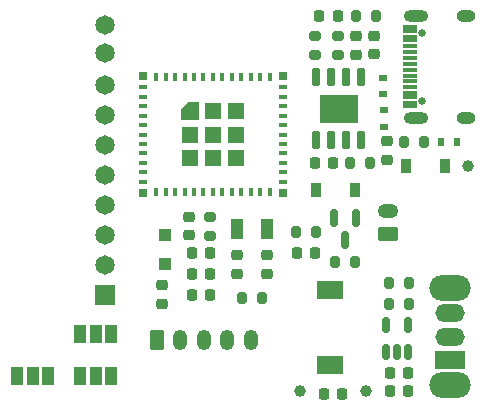
<source format=gbr>
%TF.GenerationSoftware,KiCad,Pcbnew,(6.0.2)*%
%TF.CreationDate,2022-03-07T06:31:50-05:00*%
%TF.ProjectId,ferrous_slime,66657272-6f75-4735-9f73-6c696d652e6b,rev?*%
%TF.SameCoordinates,Original*%
%TF.FileFunction,Soldermask,Top*%
%TF.FilePolarity,Negative*%
%FSLAX46Y46*%
G04 Gerber Fmt 4.6, Leading zero omitted, Abs format (unit mm)*
G04 Created by KiCad (PCBNEW (6.0.2)) date 2022-03-07 06:31:50*
%MOMM*%
%LPD*%
G01*
G04 APERTURE LIST*
G04 Aperture macros list*
%AMRoundRect*
0 Rectangle with rounded corners*
0 $1 Rounding radius*
0 $2 $3 $4 $5 $6 $7 $8 $9 X,Y pos of 4 corners*
0 Add a 4 corners polygon primitive as box body*
4,1,4,$2,$3,$4,$5,$6,$7,$8,$9,$2,$3,0*
0 Add four circle primitives for the rounded corners*
1,1,$1+$1,$2,$3*
1,1,$1+$1,$4,$5*
1,1,$1+$1,$6,$7*
1,1,$1+$1,$8,$9*
0 Add four rect primitives between the rounded corners*
20,1,$1+$1,$2,$3,$4,$5,0*
20,1,$1+$1,$4,$5,$6,$7,0*
20,1,$1+$1,$6,$7,$8,$9,0*
20,1,$1+$1,$8,$9,$2,$3,0*%
%AMFreePoly0*
4,1,6,0.725000,-0.725000,-0.725000,-0.725000,-0.725000,0.125000,-0.125000,0.725000,0.725000,0.725000,0.725000,-0.725000,0.725000,-0.725000,$1*%
G04 Aperture macros list end*
%ADD10RoundRect,0.250000X-0.350000X-0.625000X0.350000X-0.625000X0.350000X0.625000X-0.350000X0.625000X0*%
%ADD11O,1.200000X1.750000*%
%ADD12RoundRect,0.200000X-0.200000X-0.275000X0.200000X-0.275000X0.200000X0.275000X-0.200000X0.275000X0*%
%ADD13RoundRect,0.225000X0.225000X0.250000X-0.225000X0.250000X-0.225000X-0.250000X0.225000X-0.250000X0*%
%ADD14RoundRect,0.225000X-0.225000X-0.250000X0.225000X-0.250000X0.225000X0.250000X-0.225000X0.250000X0*%
%ADD15C,1.000000*%
%ADD16RoundRect,0.200000X0.275000X-0.200000X0.275000X0.200000X-0.275000X0.200000X-0.275000X-0.200000X0*%
%ADD17RoundRect,0.218750X-0.218750X-0.256250X0.218750X-0.256250X0.218750X0.256250X-0.218750X0.256250X0*%
%ADD18RoundRect,0.150000X-0.150000X0.587500X-0.150000X-0.587500X0.150000X-0.587500X0.150000X0.587500X0*%
%ADD19R,0.900000X1.200000*%
%ADD20RoundRect,0.200000X0.200000X0.275000X-0.200000X0.275000X-0.200000X-0.275000X0.200000X-0.275000X0*%
%ADD21RoundRect,0.225000X-0.250000X0.225000X-0.250000X-0.225000X0.250000X-0.225000X0.250000X0.225000X0*%
%ADD22R,1.000000X1.800000*%
%ADD23RoundRect,0.150000X0.150000X-0.512500X0.150000X0.512500X-0.150000X0.512500X-0.150000X-0.512500X0*%
%ADD24RoundRect,0.225000X0.250000X-0.225000X0.250000X0.225000X-0.250000X0.225000X-0.250000X-0.225000X0*%
%ADD25RoundRect,0.218750X-0.256250X0.218750X-0.256250X-0.218750X0.256250X-0.218750X0.256250X0.218750X0*%
%ADD26R,0.700000X0.600000*%
%ADD27O,3.500000X2.200000*%
%ADD28R,2.500000X1.500000*%
%ADD29O,2.500000X1.500000*%
%ADD30R,0.800000X0.400000*%
%ADD31R,0.400000X0.800000*%
%ADD32R,0.700000X0.700000*%
%ADD33R,1.450000X1.450000*%
%ADD34FreePoly0,0.000000*%
%ADD35R,1.000000X1.500000*%
%ADD36C,0.650000*%
%ADD37R,1.150000X0.300000*%
%ADD38O,1.600000X1.000000*%
%ADD39O,2.100000X1.000000*%
%ADD40C,1.651000*%
%ADD41R,1.651000X1.651000*%
%ADD42R,0.600000X0.700000*%
%ADD43RoundRect,0.150000X0.150000X-0.650000X0.150000X0.650000X-0.150000X0.650000X-0.150000X-0.650000X0*%
%ADD44R,3.200000X2.400000*%
%ADD45RoundRect,0.250000X0.625000X-0.350000X0.625000X0.350000X-0.625000X0.350000X-0.625000X-0.350000X0*%
%ADD46O,1.750000X1.200000*%
%ADD47R,2.200000X1.500000*%
%ADD48R,1.000000X1.000000*%
G04 APERTURE END LIST*
D10*
%TO.C,J1*%
X69406008Y-58367000D03*
D11*
X71406008Y-58367000D03*
X73406008Y-58367000D03*
X75406008Y-58367000D03*
X77406008Y-58367000D03*
%TD*%
D12*
%TO.C,R8*%
X89091000Y-53541000D03*
X90741000Y-53541000D03*
%TD*%
D13*
%TO.C,C11*%
X85103000Y-62939000D03*
X83553000Y-62939000D03*
%TD*%
D12*
%TO.C,R3*%
X76645000Y-54811000D03*
X78295000Y-54811000D03*
%TD*%
D14*
%TO.C,C3*%
X72364000Y-52779000D03*
X73914000Y-52779000D03*
%TD*%
D15*
%TO.C,TP3*%
X87122000Y-62685000D03*
%TD*%
D16*
%TO.C,R5*%
X82804000Y-34300000D03*
X82804000Y-32650000D03*
%TD*%
D17*
%TO.C,D5*%
X82778500Y-43381000D03*
X84353500Y-43381000D03*
%TD*%
D15*
%TO.C,TP1*%
X81534000Y-62738000D03*
%TD*%
D17*
%TO.C,D3*%
X83193500Y-30935000D03*
X84768500Y-30935000D03*
%TD*%
D12*
%TO.C,R7*%
X81217000Y-49276000D03*
X82867000Y-49276000D03*
%TD*%
D18*
%TO.C,Q1*%
X86294000Y-48031500D03*
X84394000Y-48031500D03*
X85344000Y-49906500D03*
%TD*%
D19*
%TO.C,D2*%
X82932000Y-45667000D03*
X86232000Y-45667000D03*
%TD*%
D20*
%TO.C,R4*%
X86169000Y-51763000D03*
X84519000Y-51763000D03*
%TD*%
D13*
%TO.C,C9*%
X82817000Y-51001000D03*
X81267000Y-51001000D03*
%TD*%
D21*
%TO.C,C5*%
X69850000Y-53782000D03*
X69850000Y-55332000D03*
%TD*%
D22*
%TO.C,Y1*%
X76220000Y-48969000D03*
X78720000Y-48969000D03*
%TD*%
D23*
%TO.C,U4*%
X88796622Y-59402865D03*
X89746622Y-59402865D03*
X90696622Y-59402865D03*
X90696622Y-57127865D03*
X88796622Y-57127865D03*
%TD*%
D12*
%TO.C,R9*%
X89091000Y-55319000D03*
X90741000Y-55319000D03*
%TD*%
D14*
%TO.C,C1*%
X72377000Y-54557000D03*
X73927000Y-54557000D03*
%TD*%
D24*
%TO.C,C10*%
X87849000Y-34223000D03*
X87849000Y-32673000D03*
%TD*%
D25*
%TO.C,D4*%
X86267000Y-32662000D03*
X86267000Y-34237000D03*
%TD*%
D26*
%TO.C,D7*%
X88552173Y-37611489D03*
X88552173Y-36211489D03*
%TD*%
%TO.C,D6*%
X88646000Y-38924000D03*
X88646000Y-40324000D03*
%TD*%
D19*
%TO.C,D8*%
X90552000Y-43635000D03*
X93852000Y-43635000D03*
%TD*%
D27*
%TO.C,SW1*%
X94266004Y-62212986D03*
X94266004Y-54012986D03*
D28*
X94266004Y-60112986D03*
D29*
X94266004Y-58112986D03*
X94266004Y-56112986D03*
%TD*%
D30*
%TO.C,U2*%
X68268000Y-37004007D03*
X68268000Y-37804007D03*
X68268000Y-38604007D03*
X68268000Y-39404007D03*
X68268000Y-40204007D03*
X68268000Y-41004007D03*
X68268000Y-41804007D03*
X68268000Y-42604007D03*
X68268000Y-43404007D03*
X68268000Y-44204007D03*
X68268000Y-45004007D03*
D31*
X69368000Y-45904007D03*
X70168000Y-45904007D03*
X70968000Y-45904007D03*
X71768000Y-45904007D03*
X72568000Y-45904007D03*
X73368000Y-45904007D03*
X74168000Y-45904007D03*
X74968000Y-45904007D03*
X75768000Y-45904007D03*
X76568000Y-45904007D03*
X77368000Y-45904007D03*
X78168000Y-45904007D03*
X78968000Y-45904007D03*
D30*
X80068000Y-45004007D03*
X80068000Y-44204007D03*
X80068000Y-43404007D03*
X80068000Y-42604007D03*
X80068000Y-41804007D03*
X80068000Y-41004007D03*
X80068000Y-40204007D03*
X80068000Y-39404007D03*
X80068000Y-38604007D03*
X80068000Y-37804007D03*
X80068000Y-37004007D03*
D31*
X74968000Y-36104007D03*
X73368000Y-36104007D03*
D32*
X68218000Y-45954007D03*
D33*
X76143000Y-42979007D03*
X74168000Y-41004007D03*
D31*
X74168000Y-36104007D03*
X70968000Y-36104007D03*
D33*
X74168000Y-42979007D03*
X76143000Y-39029007D03*
D32*
X80118000Y-36054007D03*
D34*
X72193000Y-39029007D03*
D32*
X80118000Y-45954007D03*
D31*
X76568000Y-36104007D03*
D32*
X68218000Y-36054007D03*
D33*
X72193000Y-42979007D03*
X76143000Y-41004007D03*
X72193000Y-41054007D03*
X74168000Y-39029007D03*
D31*
X78968000Y-36104007D03*
X70168000Y-36104007D03*
X69368000Y-36104007D03*
X78168000Y-36104007D03*
X75768000Y-36104007D03*
X71768000Y-36104007D03*
X72568000Y-36104007D03*
X77368000Y-36104007D03*
%TD*%
D35*
%TO.C,JP1*%
X57628000Y-61415000D03*
X58928000Y-61415000D03*
X60228000Y-61415000D03*
%TD*%
D36*
%TO.C,J3*%
X91883000Y-38142990D03*
X91883000Y-32362990D03*
D37*
X90818000Y-38602990D03*
X90818000Y-37802990D03*
X90818000Y-36502990D03*
X90818000Y-35502990D03*
X90818000Y-35002990D03*
X90818000Y-34002990D03*
X90818000Y-32702990D03*
X90818000Y-31902990D03*
X90818000Y-32202990D03*
X90818000Y-33002990D03*
X90818000Y-33502990D03*
X90818000Y-34502990D03*
X90818000Y-36002990D03*
X90818000Y-37002990D03*
X90818000Y-37502990D03*
X90818000Y-38302990D03*
D38*
X95563000Y-39572990D03*
D39*
X91383000Y-30932990D03*
X91383000Y-39572990D03*
D38*
X95563000Y-30932990D03*
%TD*%
D40*
%TO.C,U1*%
X65038460Y-31707472D03*
X65038460Y-34120472D03*
D41*
X65038460Y-54567472D03*
D40*
X65038460Y-52027472D03*
X65038460Y-49487472D03*
X65038460Y-46947472D03*
X65038460Y-44407472D03*
X65038460Y-41867472D03*
X65038460Y-39327472D03*
X65038460Y-36787472D03*
%TD*%
D15*
%TO.C,TP2*%
X95758000Y-43635000D03*
%TD*%
D14*
%TO.C,C13*%
X89128000Y-62685000D03*
X90678000Y-62685000D03*
%TD*%
D42*
%TO.C,D9*%
X93471999Y-41603000D03*
X94871999Y-41603000D03*
%TD*%
D16*
%TO.C,R1*%
X73914000Y-49593000D03*
X73914000Y-47943000D03*
%TD*%
D43*
%TO.C,U3*%
X82931000Y-41458990D03*
X84201000Y-41458990D03*
X85471000Y-41458990D03*
X86741000Y-41458990D03*
X86741000Y-36158990D03*
X85471000Y-36158990D03*
X84201000Y-36158990D03*
X82931000Y-36158990D03*
D44*
X84836000Y-38808990D03*
%TD*%
D20*
%TO.C,R10*%
X87947000Y-30935000D03*
X86297000Y-30935000D03*
%TD*%
D35*
%TO.C,JP3*%
X62962000Y-57859000D03*
X64262000Y-57859000D03*
X65562000Y-57859000D03*
%TD*%
D16*
%TO.C,R6*%
X84743000Y-34300000D03*
X84743000Y-32650000D03*
%TD*%
D14*
%TO.C,C12*%
X89128000Y-61161000D03*
X90678000Y-61161000D03*
%TD*%
D35*
%TO.C,JP2*%
X62962000Y-61415000D03*
X64262000Y-61415000D03*
X65562000Y-61415000D03*
%TD*%
D14*
%TO.C,C4*%
X72364000Y-51001000D03*
X73914000Y-51001000D03*
%TD*%
D24*
%TO.C,C6*%
X76200000Y-52792000D03*
X76200000Y-51242000D03*
%TD*%
D21*
%TO.C,C2*%
X72136000Y-47993000D03*
X72136000Y-49543000D03*
%TD*%
D45*
%TO.C,J2*%
X88990000Y-49461000D03*
D46*
X88990000Y-47461000D03*
%TD*%
D20*
%TO.C,R2*%
X87439000Y-43381000D03*
X85789000Y-43381000D03*
%TD*%
D47*
%TO.C,L1*%
X84074000Y-60551000D03*
X84074000Y-54151000D03*
%TD*%
D24*
%TO.C,C8*%
X78740000Y-52792000D03*
X78740000Y-51242000D03*
%TD*%
D12*
%TO.C,R11*%
X90361000Y-41603000D03*
X92011000Y-41603000D03*
%TD*%
D21*
%TO.C,C7*%
X88900000Y-41590000D03*
X88900000Y-43140000D03*
%TD*%
D48*
%TO.C,D1*%
X70104000Y-51997000D03*
X70104000Y-49497000D03*
%TD*%
M02*

</source>
